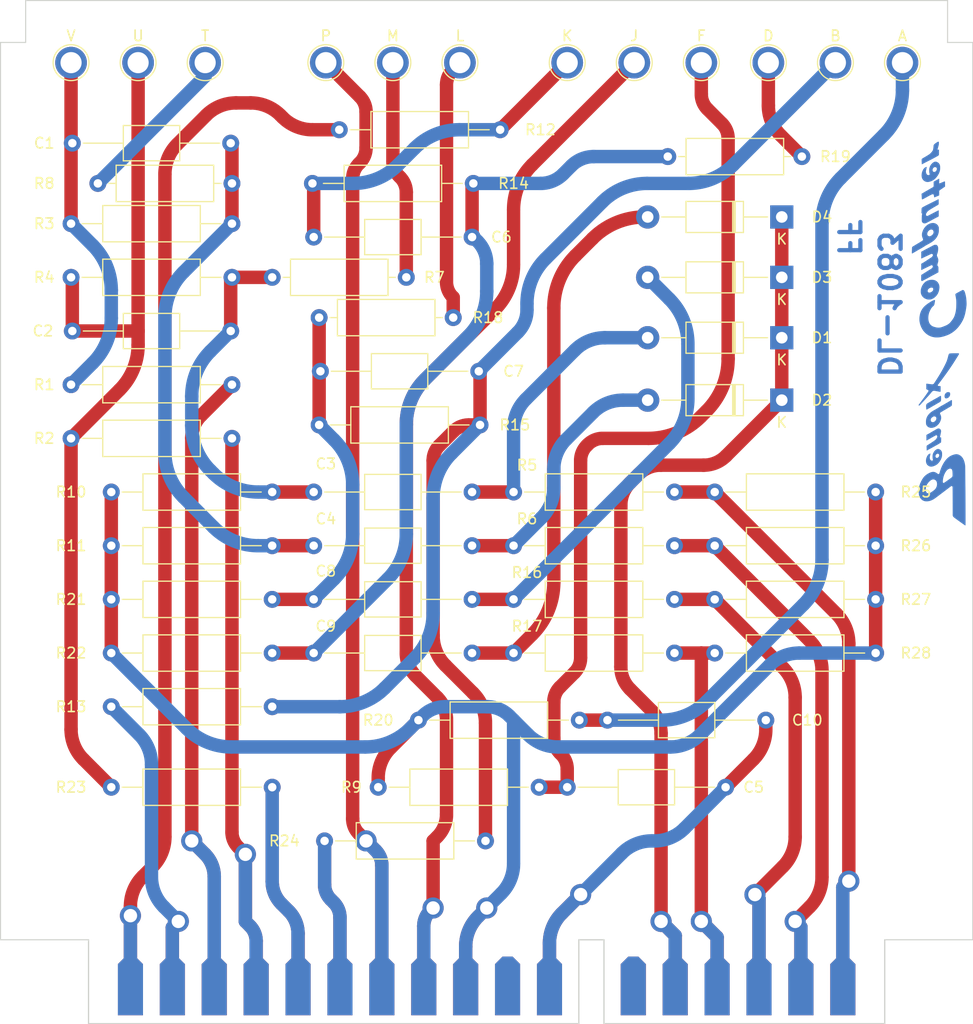
<source format=kicad_pcb>
(kicad_pcb (version 20211014) (generator pcbnew)
  (layers (0 "F.Cu" signal) (31 "B.Cu" signal) (34 "B.Paste" user) (35 "F.Paste" user) (36 "B.SilkS" user "B.Silkscreen") (37 "F.SilkS" user "F.Silkscreen") (38 "B.Mask" user) (39 "F.Mask" user) (44 "Edge.Cuts" user))
  (net 0 "")
  (net 1 "/V1P1")
  (net 2 "Net-(C1-Pad2)")
  (net 3 "Net-(C2-Pad1)")
  (net 4 "/V1P6")
  (net 5 "Net-(C3-Pad2)")
  (net 6 "Net-(C4-Pad2)")
  (net 7 "/V1P3")
  (net 8 "GND")
  (net 9 "/V2P1")
  (net 10 "Net-(C6-Pad2)")
  (net 11 "Net-(C7-Pad1)")
  (net 12 "/V2P6")
  (net 13 "Net-(C8-Pad2)")
  (net 14 "Net-(C9-Pad2)")
  (net 15 "/V2P3")
  (net 16 "/Clock")
  (net 17 "/Output 1")
  (net 18 "/Output 2")
  (net 19 "/Input 1")
  (net 20 "/Input 2")
  (net 21 "/V1P2")
  (net 22 "/V1P7")
  (net 23 "/-160V")
  (net 24 "/Output 3")
  (net 25 "/Output 4")
  (net 26 "/Input 3")
  (net 27 "/Input 4")
  (net 28 "/V2P2")
  (net 29 "/V2P7")
  (net 30 "/Neon 1")
  (net 31 "/Neon 2")
  (net 32 "/Filament 2")
  (net 33 "/Filament 1")
  (footprint "Capacitor_THT:C_Axial_L5.1mm_D3.1mm_P15.00mm_Horizontal" (layer "F.Cu") (at 129.66 72.39)
    (fp_text reference "C6")
    (fp_text value "50nF 500V")
  )
  (footprint "Capacitor_THT:C_Axial_L5.1mm_D3.1mm_P15.00mm_Horizontal" (layer "F.Cu") (at 106.8 63.5)
    (fp_text reference "C1")
    (fp_text value "50nF 500V")
  )
  (footprint "Resistor_THT:R_Axial_DIN0309_L9.0mm_D3.2mm_P15.24mm_Horizontal" (layer "F.Cu") (at 125.73 124.46 180)
    (fp_text reference "R23")
    (fp_text value "120K 1/2W 10%")
  )
  (footprint "Resistor_THT:R_Axial_DIN0309_L9.0mm_D3.2mm_P15.24mm_Horizontal" (layer "F.Cu") (at 110.49 106.68)
    (fp_text reference "R21")
    (fp_text value "33K 1/4W 1%")
  )
  (footprint "TestPoint:TestPoint_Plated_Hole_D2.0mm" (layer "F.Cu") (at 153.67 55.88)
    (fp_text reference "TP7")
    (fp_text value "K")
  )
  (footprint "TestPoint:TestPoint_Plated_Hole_D2.0mm" (layer "F.Cu") (at 113.03 55.88)
    (fp_text reference "TP2")
    (fp_text value "U")
  )
  (footprint "Diode_THT:D_DO-41_SOD81_P12.70mm_Horizontal" (layer "F.Cu") (at 173.99 87.825 180)
    (fp_text reference "D2")
    (fp_text value "1N4007")
  )
  (footprint "Capacitor_THT:C_Axial_L5.1mm_D3.1mm_P15.00mm_Horizontal" (layer "F.Cu") (at 129.66 101.6)
    (fp_text reference "C4")
    (fp_text value "30nF 500V")
  )
  (footprint "Resistor_THT:R_Axial_DIN0309_L9.0mm_D3.2mm_P15.24mm_Horizontal" (layer "F.Cu") (at 110.49 116.84)
    (fp_text reference "R13")
    (fp_text value "3.9K 1W 5%")
  )
  (footprint "Resistor_THT:R_Axial_DIN0309_L9.0mm_D3.2mm_P15.24mm_Horizontal" (layer "F.Cu") (at 125.73 101.6 180)
    (fp_text reference "R11")
    (fp_text value "33K 1/4W 1%")
  )
  (footprint "Capacitor_THT:C_Axial_L5.1mm_D3.1mm_P15.00mm_Horizontal" (layer "F.Cu") (at 129.66 106.68)
    (fp_text reference "C8")
    (fp_text value "30nF 500V")
  )
  (footprint "Resistor_THT:R_Axial_DIN0309_L9.0mm_D3.2mm_P15.24mm_Horizontal" (layer "F.Cu") (at 167.64 101.6)
    (fp_text reference "R26")
    (fp_text value "430K 1/2W 5%")
  )
  (footprint "Resistor_THT:R_Axial_DIN0309_L9.0mm_D3.2mm_P15.24mm_Horizontal" (layer "F.Cu") (at 130.69 129.54)
    (fp_text reference "R24")
    (fp_text value "120K 1/2W 10%")
  )
  (footprint "Resistor_THT:R_Axial_DIN0309_L9.0mm_D3.2mm_P15.24mm_Horizontal" (layer "F.Cu") (at 132.08 62.23)
    (fp_text reference "R12")
    (fp_text value "3.9K 1W 5%")
  )
  (footprint "Resistor_THT:R_Axial_DIN0309_L9.0mm_D3.2mm_P15.24mm_Horizontal" (layer "F.Cu") (at 144.78 67.31 180)
    (fp_text reference "R14")
    (fp_text value "82K 1/4W 1%")
  )
  (footprint "Diode_THT:D_DO-41_SOD81_P12.70mm_Horizontal" (layer "F.Cu") (at 173.99 81.915 180)
    (fp_text reference "D1")
    (fp_text value "1N4007")
  )
  (footprint "TestPoint:TestPoint_Plated_Hole_D2.0mm" (layer "F.Cu") (at 119.38 55.88)
    (fp_text reference "TP3")
    (fp_text value "T")
  )
  (footprint "Capacitor_THT:C_Axial_L5.1mm_D3.1mm_P15.00mm_Horizontal" (layer "F.Cu") (at 129.66 111.76)
    (fp_text reference "C9")
    (fp_text value "30nF 500V")
  )
  (footprint "TestPoint:TestPoint_Plated_Hole_D2.0mm" (layer "F.Cu") (at 179.07 55.88)
    (fp_text reference "TP11")
    (fp_text value "B")
  )
  (footprint "Resistor_THT:R_Axial_DIN0309_L9.0mm_D3.2mm_P15.24mm_Horizontal" (layer "F.Cu") (at 125.73 111.76 180)
    (fp_text reference "R22")
    (fp_text value "33K 1/4W 1%")
  )
  (footprint "Resistor_THT:R_Axial_DIN0309_L9.0mm_D3.2mm_P15.24mm_Horizontal" (layer "F.Cu") (at 151.01 124.46 180)
    (fp_text reference "R9")
    (fp_text value "3.9K 1/2W 1%")
  )
  (footprint "Resistor_THT:R_Axial_DIN0309_L9.0mm_D3.2mm_P15.24mm_Horizontal" (layer "F.Cu") (at 163.83 101.6 180)
    (fp_text reference "R6")
    (fp_text value "33K 1/2W 5%")
  )
  (footprint "Resistor_THT:R_Axial_DIN0309_L9.0mm_D3.2mm_P15.24mm_Horizontal" (layer "F.Cu") (at 145.415 90.17 180)
    (fp_text reference "R15")
    (fp_text value "82K 1/4W 1%")
  )
  (footprint "Resistor_THT:R_Axial_DIN0309_L9.0mm_D3.2mm_P15.24mm_Horizontal" (layer "F.Cu") (at 163.83 96.52 180)
    (fp_text reference "R5")
    (fp_text value "33K 1/2W 5%")
  )
  (footprint "Resistor_THT:R_Axial_DIN0309_L9.0mm_D3.2mm_P15.24mm_Horizontal" (layer "F.Cu") (at 106.68 76.2)
    (fp_text reference "R4")
    (fp_text value "82K 1/4W 1%")
  )
  (footprint "Resistor_THT:R_Axial_DIN0309_L9.0mm_D3.2mm_P12.70mm_Horizontal" (layer "F.Cu") (at 175.895 64.77 180)
    (fp_text reference "R19")
    (fp_text value "1.2K 1/2W 10%")
  )
  (footprint "Resistor_THT:R_Axial_DIN0309_L9.0mm_D3.2mm_P15.24mm_Horizontal" (layer "F.Cu") (at 110.49 96.52)
    (fp_text reference "R10")
    (fp_text value "33K 1/4W 1%")
  )
  (footprint "Resistor_THT:R_Axial_DIN0309_L9.0mm_D3.2mm_P15.24mm_Horizontal" (layer "F.Cu") (at 167.64 96.52)
    (fp_text reference "R25")
    (fp_text value "430K 1/2W 5%")
  )
  (footprint "TestPoint:TestPoint_Plated_Hole_D2.0mm" (layer "F.Cu") (at 160.02 55.88)
    (fp_text reference "TP8")
    (fp_text value "J")
  )
  (footprint "Capacitor_THT:C_Axial_L5.1mm_D3.1mm_P15.00mm_Horizontal" (layer "F.Cu") (at 157.48 118.11)
    (fp_text reference "C10")
    (fp_text value "1µF 500V")
  )
  (footprint "TestPoint:TestPoint_Plated_Hole_D2.0mm" (layer "F.Cu") (at 185.42 55.88)
    (fp_text reference "TP12")
    (fp_text value "A")
  )
  (footprint "Bendix_G15:Card_Edge_H_Key" (layer "F.Cu") (at 146.0375 138.9)
    (fp_text reference "J1")
    (fp_text value "Conn_02x18_Row_Letter_First")
    (fp_line (start 11.1125 7.9375) (end 11.1125 0) (layer "Edge.Cuts") (width 0.12))
    (fp_line (start -37.703125 7.9375) (end -37.703125 0) (layer "Edge.Cuts") (width 0.12))
    (fp_line (start 8.73125 7.9375) (end -37.703125 7.9375) (layer "Edge.Cuts") (width 0.12))
    (fp_line (start 11.1125 0) (end 8.73125 0) (layer "Edge.Cuts") (width 0.12))
    (fp_line (start 37.703125 0) (end 37.703125 7.9375) (layer "Edge.Cuts") (width 0.12))
    (fp_line (start 37.703125 7.9375) (end 11.1125 7.9375) (layer "Edge.Cuts") (width 0.12))
    (fp_line (start 8.73125 0) (end 8.73125 7.9375) (layer "Edge.Cuts") (width 0.12))
  )
  (footprint "TestPoint:TestPoint_Plated_Hole_D2.0mm" (layer "F.Cu") (at 137.16 55.88)
    (fp_text reference "TP5")
    (fp_text value "M")
  )
  (footprint "Resistor_THT:R_Axial_DIN0309_L9.0mm_D3.2mm_P15.24mm_Horizontal" (layer "F.Cu") (at 167.64 106.68)
    (fp_text reference "R27")
    (fp_text value "430K 1/2W 5%")
  )
  (footprint "Resistor_THT:R_Axial_DIN0309_L9.0mm_D3.2mm_P15.24mm_Horizontal" (layer "F.Cu") (at 154.82 118.11 180)
    (fp_text reference "R20")
    (fp_text value "3.9K 1/2W 1%")
  )
  (footprint "Resistor_THT:R_Axial_DIN0309_L9.0mm_D3.2mm_P15.24mm_Horizontal" (layer "F.Cu") (at 163.83 106.68 180)
    (fp_text reference "R16")
    (fp_text value "33K 1/2W 5%")
  )
  (footprint "Diode_THT:D_DO-41_SOD81_P12.70mm_Horizontal" (layer "F.Cu") (at 173.99 76.2 180)
    (fp_text reference "D3")
    (fp_text value "1N4007")
  )
  (footprint "TestPoint:TestPoint_Plated_Hole_D2.0mm" (layer "F.Cu") (at 106.68 55.88)
    (fp_text reference "TP1")
    (fp_text value "V")
  )
  (footprint "Resistor_THT:R_Axial_DIN0309_L9.0mm_D3.2mm_P12.70mm_Horizontal" (layer "F.Cu") (at 130.175 80.01)
    (fp_text reference "R18")
    (fp_text value "1.2K 1/2W 10%")
  )
  (footprint "Capacitor_THT:C_Axial_L5.1mm_D3.1mm_P15.00mm_Horizontal" (layer "F.Cu") (at 130.295 85.09)
    (fp_text reference "C7")
    (fp_text value "50nF 500V")
  )
  (footprint "Capacitor_THT:C_Axial_L5.1mm_D3.1mm_P15.00mm_Horizontal" (layer "F.Cu") (at 153.67 124.46)
    (fp_text reference "C5")
    (fp_text value "1µF 500V")
  )
  (footprint "Resistor_THT:R_Axial_DIN0309_L9.0mm_D3.2mm_P15.24mm_Horizontal" (layer "F.Cu") (at 167.64 111.76)
    (fp_text reference "R28")
    (fp_text value "430K 1/2W 5%")
  )
  (footprint "Resistor_THT:R_Axial_DIN0309_L9.0mm_D3.2mm_P12.70mm_Horizontal" (layer "F.Cu") (at 109.22 67.31)
    (fp_text reference "R8")
    (fp_text value "1.2K 1/2W 10%")
  )
  (footprint "Capacitor_THT:C_Axial_L5.1mm_D3.1mm_P15.00mm_Horizontal" (layer "F.Cu") (at 121.8 81.28 180)
    (fp_text reference "C2")
    (fp_text value "50nF 500V")
  )
  (footprint "TestPoint:TestPoint_Plated_Hole_D2.0mm" (layer "F.Cu") (at 130.81 55.88)
    (fp_text reference "TP4")
    (fp_text value "P")
  )
  (footprint "TestPoint:TestPoint_Plated_Hole_D2.0mm" (layer "F.Cu") (at 143.51 55.88)
    (fp_text reference "TP6")
    (fp_text value "L")
  )
  (footprint "Resistor_THT:R_Axial_DIN0309_L9.0mm_D3.2mm_P15.24mm_Horizontal" (layer "F.Cu") (at 163.83 111.76 180)
    (fp_text reference "R17")
    (fp_text value "33K 1/2W 5%")
  )
  (footprint "Diode_THT:D_DO-41_SOD81_P12.70mm_Horizontal" (layer "F.Cu") (at 173.99 70.485 180)
    (fp_text reference "D4")
    (fp_text value "1N4007")
  )
  (footprint "Resistor_THT:R_Axial_DIN0309_L9.0mm_D3.2mm_P12.70mm_Horizontal" (layer "F.Cu") (at 125.73 76.2)
    (fp_text reference "R7")
    (fp_text value "1.2K 1/2W 10%")
  )
  (footprint "TestPoint:TestPoint_Plated_Hole_D2.0mm" (layer "F.Cu") (at 172.72 55.88)
    (fp_text reference "TP10")
    (fp_text value "D")
  )
  (footprint "TestPoint:TestPoint_Plated_Hole_D2.0mm" (layer "F.Cu") (at 166.37 55.88)
    (fp_text reference "TP9")
    (fp_text value "F")
  )
  (footprint "Resistor_THT:R_Axial_DIN0309_L9.0mm_D3.2mm_P15.24mm_Horizontal" (layer "F.Cu") (at 121.92 86.36 180)
    (fp_text reference "R1")
    (fp_text value "3.9K 1W 5%")
  )
  (footprint "Resistor_THT:R_Axial_DIN0309_L9.0mm_D3.2mm_P15.24mm_Horizontal" (layer "F.Cu") (at 121.92 71.12 180)
    (fp_text reference "R3")
    (fp_text value "82K 1/4W 1%")
  )
  (footprint "Capacitor_THT:C_Axial_L5.1mm_D3.1mm_P15.00mm_Horizontal" (layer "F.Cu") (at 129.66 96.52)
    (fp_text reference "C3")
    (fp_text value "30nF 500V")
  )
  (footprint "Resistor_THT:R_Axial_DIN0309_L9.0mm_D3.2mm_P15.24mm_Horizontal" (layer "F.Cu") (at 121.92 91.44 180)
    (fp_text reference "R2")
    (fp_text value "3.9K 1W 5%")
  )
  (footprint "LOGO" (layer "B.Cu") (at 189.23 72.39 90)
    (fp_text reference "G***" hide)
    (fp_text value "LOGO" hide)
  )
  (footprint "LOGO" (layer "B.Cu") (at 189.23 91.44 90)
    (fp_text reference "G***" hide)
    (fp_text value "LOGO" hide)
  )
  (gr_line (start 102.38125 50) (end 189.69375 50) (layer "Edge.Cuts") (width 0.1))
  (gr_line (start 102.38125 53.96875) (end 100 53.96875) (layer "Edge.Cuts") (width 0.1))
  (gr_line (start 100 53.96875) (end 100 138.9) (layer "Edge.Cuts") (width 0.1))
  (gr_line (start 192.075 53.96875) (end 192.075 138.9) (layer "Edge.Cuts") (width 0.1))
  (gr_line (start 189.69375 50) (end 189.69375 53.96875) (layer "Edge.Cuts") (width 0.1))
  (gr_line (start 108.334375 138.9) (end 100 138.9) (layer "Edge.Cuts") (width 0.1))
  (gr_line (start 102.38125 50) (end 102.38125 53.96875) (layer "Edge.Cuts") (width 0.1))
  (gr_line (start 192.075 53.96875) (end 189.69375 53.96875) (layer "Edge.Cuts") (width 0.1))
  (gr_line (start 183.740625 138.9) (end 192.075 138.9) (layer "Edge.Cuts") (width 0.1))
  (gr_text "FF" (at 180.34 72.39 270) (layer "B.Cu") (effects (font (size 2 2) (thickness 0.4)) (justify mirror)))
  (gr_text "DL-1083" (at 184.15 78.74 270) (layer "B.Cu") (effects (font (size 2 2) (thickness 0.4)) (justify mirror)))
  (via (at 104.7625 134.1375) (size 4.7625) (drill 3.175) (layers "F.Cu" "B.Cu") (remove_unused_layers) (net 0))
  (via (at 187.3125 134.1375) (size 4.7625) (drill 3.175) (layers "F.Cu" "B.Cu") (remove_unused_layers) (net 0))
  (segment (start 106.68 71.12) (end 106.68 55.88) (width 1.27) (layer "F.Cu") (net 1))
  (segment (start 110.49 80.064719) (end 110.49 77.415281) (width 1.27) (layer "B.Cu") (net 1))
  (segment (start 108.73264 73.17264) (end 106.68 71.12) (width 1.27) (layer "B.Cu") (net 1))
  (segment (start 106.68 86.36) (end 108.732641 84.307359) (width 1.27) (layer "B.Cu") (net 1))
  (arc (start 108.73264 73.17264) (mid 110.033277 75.11918) (end 110.49 77.415281) (width 1.27) (layer "B.Cu") (net 1))
  (arc (start 108.732641 84.307359) (mid 110.033277 82.360819) (end 110.49 80.064719) (width 1.27) (layer "B.Cu") (net 1))
  (segment (start 121.92 63.62) (end 121.8 63.5) (width 1.27) (layer "F.Cu") (net 2))
  (segment (start 121.92 71.12) (end 121.92 63.62) (width 1.27) (layer "F.Cu") (net 2))
  (segment (start 129.66 101.6) (end 125.73 101.6) (width 1.27) (layer "F.Cu") (net 2))
  (segment (start 115.57 92.764719) (end 115.57 79.955281) (width 1.27) (layer "B.Cu") (net 2))
  (segment (start 125.73 101.6) (end 124.405281 101.6) (width 1.27) (layer "B.Cu") (net 2))
  (segment (start 117.32736 75.71264) (end 121.92 71.12) (width 1.27) (layer "B.Cu") (net 2))
  (segment (start 120.16264 99.84264) (end 117.327359 97.007359) (width 1.27) (layer "B.Cu") (net 2))
  (arc (start 115.57 79.955281) (mid 116.026723 77.65918) (end 117.32736 75.71264) (width 1.27) (layer "B.Cu") (net 2))
  (arc (start 124.405281 101.6) (mid 122.10918 101.143277) (end 120.16264 99.84264) (width 1.27) (layer "B.Cu") (net 2))
  (arc (start 115.57 92.764719) (mid 116.026723 95.060819) (end 117.327359 97.007359) (width 1.27) (layer "B.Cu") (net 2))
  (segment (start 125.73 76.2) (end 121.92 76.2) (width 1.27) (layer "F.Cu") (net 3))
  (segment (start 121.8 81.28) (end 121.8 76.32) (width 1.27) (layer "F.Cu") (net 3))
  (segment (start 125.73 96.52) (end 129.66 96.52) (width 1.27) (layer "F.Cu") (net 3))
  (segment (start 121.8 76.32) (end 121.92 76.2) (width 1.27) (layer "F.Cu") (net 3))
  (segment (start 119.86736 83.21264) (end 121.8 81.28) (width 1.27) (layer "B.Cu") (net 3))
  (segment (start 120.16264 94.76264) (end 119.867359 94.467359) (width 1.27) (layer "B.Cu") (net 3))
  (segment (start 125.73 96.52) (end 124.405281 96.52) (width 1.27) (layer "B.Cu") (net 3))
  (segment (start 118.11 90.224719) (end 118.11 87.455281) (width 1.27) (layer "B.Cu") (net 3))
  (arc (start 119.86736 83.21264) (mid 118.566723 85.15918) (end 118.11 87.455281) (width 1.27) (layer "B.Cu") (net 3))
  (arc (start 118.11 90.224719) (mid 118.566723 92.520819) (end 119.867359 94.467359) (width 1.27) (layer "B.Cu") (net 3))
  (arc (start 124.405281 96.52) (mid 122.10918 96.063277) (end 120.16264 94.76264) (width 1.27) (layer "B.Cu") (net 3))
  (segment (start 106.8 76.32) (end 106.68 76.2) (width 1.27) (layer "F.Cu") (net 4))
  (segment (start 113.03 82.604719) (end 113.03 81.28) (width 1.27) (layer "F.Cu") (net 4))
  (segment (start 106.8 81.28) (end 106.8 76.32) (width 1.27) (layer "F.Cu") (net 4))
  (segment (start 106.8 81.28) (end 113.03 81.28) (width 1.27) (layer "F.Cu") (net 4))
  (segment (start 106.68 91.44) (end 111.272641 86.847359) (width 1.27) (layer "F.Cu") (net 4))
  (segment (start 107.851573 121.821573) (end 110.49 124.46) (width 1.27) (layer "F.Cu") (net 4))
  (segment (start 113.03 81.28) (end 113.03 55.88) (width 1.27) (layer "F.Cu") (net 4))
  (segment (start 106.68 91.44) (end 106.68 118.993146) (width 1.27) (layer "F.Cu") (net 4))
  (arc (start 106.68 118.993146) (mid 106.984482 120.52388) (end 107.851573 121.821573) (width 1.27) (layer "F.Cu") (net 4))
  (arc (start 111.272641 86.847359) (mid 112.573277 84.900819) (end 113.03 82.604719) (width 1.27) (layer "F.Cu") (net 4))
  (segment (start 144.66 96.52) (end 148.59 96.52) (width 1.27) (layer "F.Cu") (net 5))
  (segment (start 149.761573 87.728427) (end 154.403427 83.086573) (width 1.27) (layer "B.Cu") (net 5))
  (segment (start 148.59 96.52) (end 148.59 90.556854) (width 1.27) (layer "B.Cu") (net 5))
  (segment (start 157.231854 81.915) (end 161.29 81.915) (width 1.27) (layer "B.Cu") (net 5))
  (arc (start 157.231854 81.915) (mid 155.70112 82.219482) (end 154.403427 83.086573) (width 1.27) (layer "B.Cu") (net 5))
  (arc (start 149.761573 87.728427) (mid 148.894482 89.02612) (end 148.59 90.556854) (width 1.27) (layer "B.Cu") (net 5))
  (segment (start 148.59 101.6) (end 144.66 101.6) (width 1.27) (layer "F.Cu") (net 6))
  (segment (start 152.4 96.133146) (end 152.4 94.366854) (width 1.27) (layer "B.Cu") (net 6))
  (segment (start 148.59 101.6) (end 151.228427 98.961573) (width 1.27) (layer "B.Cu") (net 6))
  (segment (start 153.571573 91.538427) (end 156.113427 88.996573) (width 1.27) (layer "B.Cu") (net 6))
  (segment (start 158.941854 87.825) (end 161.29 87.825) (width 1.27) (layer "B.Cu") (net 6))
  (arc (start 152.4 94.366854) (mid 152.704482 92.83612) (end 153.571573 91.538427) (width 1.27) (layer "B.Cu") (net 6))
  (arc (start 158.941854 87.825) (mid 157.41112 88.129482) (end 156.113427 88.996573) (width 1.27) (layer "B.Cu") (net 6))
  (arc (start 151.228427 98.961573) (mid 152.095518 97.66388) (end 152.4 96.133146) (width 1.27) (layer "B.Cu") (net 6))
  (segment (start 166.955787 60.275787) (end 168.324214 61.644214) (width 1.27) (layer "F.Cu") (net 7))
  (segment (start 154.94 93.538427) (end 154.94 112.201573) (width 1.27) (layer "F.Cu") (net 7))
  (segment (start 153.67 124.46) (end 151.01 124.46) (width 1.27) (layer "F.Cu") (net 7))
  (segment (start 166.37 55.88) (end 166.37 58.861573) (width 1.27) (layer "F.Cu") (net 7))
  (segment (start 161.372078 91.44) (end 157.038427 91.44) (width 1.27) (layer "F.Cu") (net 7))
  (segment (start 153.67 122.748427) (end 153.67 124.46) (width 1.27) (layer "F.Cu") (net 7))
  (segment (start 155.624213 92.025787) (end 155.525786 92.124214) (width 1.27) (layer "F.Cu") (net 7))
  (segment (start 168.91 63.058427) (end 168.91 83.902078) (width 1.27) (layer "F.Cu") (net 7))
  (segment (start 152.985787 121.235787) (end 153.084214 121.334214) (width 1.27) (layer "F.Cu") (net 7))
  (segment (start 152.4 116.398427) (end 152.4 119.821573) (width 1.27) (layer "F.Cu") (net 7))
  (segment (start 154.354213 113.615787) (end 152.985786 114.984214) (width 1.27) (layer "F.Cu") (net 7))
  (segment (start 166.859747 88.851826) (end 166.321825 89.389748) (width 1.27) (layer "F.Cu") (net 7))
  (arc (start 168.91 63.058427) (mid 168.757759 62.29306) (end 168.324214 61.644214) (width 1.27) (layer "F.Cu") (net 7))
  (arc (start 155.525786 92.124214) (mid 155.092241 92.77306) (end 154.94 93.538427) (width 1.27) (layer "F.Cu") (net 7))
  (arc (start 152.985787 121.235787) (mid 152.552241 120.58694) (end 152.4 119.821573) (width 1.27) (layer "F.Cu") (net 7))
  (arc (start 152.985786 114.984214) (mid 152.552241 115.63306) (end 152.4 116.398427) (width 1.27) (layer "F.Cu") (net 7))
  (arc (start 153.67 122.748427) (mid 153.517759 121.98306) (end 153.084214 121.334214) (width 1.27) (layer "F.Cu") (net 7))
  (arc (start 166.955787 60.275787) (mid 166.522241 59.62694) (end 166.37 58.861573) (width 1.27) (layer "F.Cu") (net 7))
  (arc (start 154.354213 113.615787) (mid 154.787759 112.96694) (end 154.94 112.201573) (width 1.27) (layer "F.Cu") (net 7))
  (arc (start 155.624213 92.025787) (mid 156.27306 91.592241) (end 157.038427 91.44) (width 1.27) (layer "F.Cu") (net 7))
  (arc (start 166.859747 88.851826) (mid 168.377157 86.580862) (end 168.91 83.902078) (width 1.27) (layer "F.Cu") (net 7))
  (arc (start 166.321825 89.389748) (mid 164.050862 90.907157) (end 161.372078 91.44) (width 1.27) (layer "F.Cu") (net 7))
  (segment (start 151.990625 143.265625) (end 151.990625 139.226229) (width 1.27) (layer "F.Cu") (net 8))
  (segment (start 171.308427 121.821573) (end 168.67 124.46) (width 1.27) (layer "F.Cu") (net 8))
  (segment (start 172.48 118.11) (end 172.48 118.993146) (width 1.27) (layer "F.Cu") (net 8))
  (segment (start 153.162198 136.397802) (end 154.94 134.62) (width 1.27) (layer "F.Cu") (net 8))
  (via (at 154.94 134.62) (size 2) (drill 1.27) (layers "F.Cu" "B.Cu") (net 8))
  (arc (start 151.990625 139.226229) (mid 152.295107 137.695495) (end 153.162198 136.397802) (width 1.27) (layer "F.Cu") (net 8))
  (arc (start 171.308427 121.821573) (mid 172.175518 120.52388) (end 172.48 118.993146) (width 1.27) (layer "F.Cu") (net 8))
  (segment (start 154.94 134.62) (end 158.848427 130.711573) (width 1.27) (layer "B.Cu") (net 8))
  (segment (start 153.162198 136.397802) (end 154.94 134.62) (width 1.27) (layer "B.Cu") (net 8))
  (segment (start 161.676854 129.54) (end 161.933146 129.54) (width 1.27) (layer "B.Cu") (net 8))
  (segment (start 151.990625 143.265625) (end 151.990625 139.226229) (width 1.27) (layer "B.Cu") (net 8))
  (segment (start 164.761573 128.368427) (end 168.67 124.46) (width 1.27) (layer "B.Cu") (net 8))
  (arc (start 158.848427 130.711573) (mid 160.14612 129.844482) (end 161.676854 129.54) (width 1.27) (layer "B.Cu") (net 8))
  (arc (start 161.933146 129.54) (mid 163.46388 129.235518) (end 164.761573 128.368427) (width 1.27) (layer "B.Cu") (net 8))
  (arc (start 151.990625 139.226229) (mid 152.295107 137.695495) (end 153.162198 136.397802) (width 1.27) (layer "B.Cu") (net 8))
  (segment (start 153.67 55.88) (end 147.32 62.23) (width 1.27) (layer "F.Cu") (net 9))
  (segment (start 129.66 72.39) (end 129.66 67.43) (width 1.27) (layer "F.Cu") (net 9))
  (segment (start 129.66 67.43) (end 129.54 67.31) (width 1.27) (layer "F.Cu") (net 9))
  (segment (start 137.64736 65.55264) (end 139.212641 63.987359) (width 1.27) (layer "B.Cu") (net 9))
  (segment (start 129.54 67.31) (end 133.404719 67.31) (width 1.27) (layer "B.Cu") (net 9))
  (segment (start 143.455281 62.23) (end 147.32 62.23) (width 1.27) (layer "B.Cu") (net 9))
  (arc (start 137.64736 65.55264) (mid 135.70082 66.853277) (end 133.404719 67.31) (width 1.27) (layer "B.Cu") (net 9))
  (arc (start 139.212641 63.987359) (mid 141.159181 62.686723) (end 143.455281 62.23) (width 1.27) (layer "B.Cu") (net 9))
  (segment (start 129.66 111.76) (end 125.73 111.76) (width 1.27) (layer "F.Cu") (net 10))
  (segment (start 144.66 67.43) (end 144.78 67.31) (width 1.27) (layer "F.Cu") (net 10))
  (segment (start 144.66 72.39) (end 144.66 67.43) (width 1.27) (layer "F.Cu") (net 10))
  (segment (start 138.43 90.115281) (end 138.43 100.504719) (width 1.27) (layer "B.Cu") (net 10))
  (segment (start 156.182641 64.77) (end 163.195 64.77) (width 1.27) (layer "B.Cu") (net 10))
  (segment (start 145.17132 72.78132) (end 144.78 72.39) (width 1.27) (layer "B.Cu") (net 10))
  (segment (start 144.78 72.39) (end 144.66 72.39) (width 1.27) (layer "B.Cu") (net 10))
  (segment (start 144.78 67.31) (end 151.157359 67.31) (width 1.27) (layer "B.Cu") (net 10))
  (segment (start 146.05 77.524719) (end 146.05 74.902641) (width 1.27) (layer "B.Cu") (net 10))
  (segment (start 153.27868 66.43132) (end 154.061321 65.648679) (width 1.27) (layer "B.Cu") (net 10))
  (segment (start 136.67264 104.74736) (end 129.66 111.76) (width 1.27) (layer "B.Cu") (net 10))
  (segment (start 144.29264 81.76736) (end 140.187359 85.872641) (width 1.27) (layer "B.Cu") (net 10))
  (arc (start 146.05 74.902641) (mid 145.821638 73.75459) (end 145.17132 72.78132) (width 1.27) (layer "B.Cu") (net 10))
  (arc (start 140.187359 85.872641) (mid 138.886723 87.819181) (end 138.43 90.115281) (width 1.27) (layer "B.Cu") (net 10))
  (arc (start 156.182641 64.77) (mid 155.034591 64.998361) (end 154.061321 65.648679) (width 1.27) (layer "B.Cu") (net 10))
  (arc (start 138.43 100.504719) (mid 137.973277 102.80082) (end 136.67264 104.74736) (width 1.27) (layer "B.Cu") (net 10))
  (arc (start 151.157359 67.31) (mid 152.30541 67.081638) (end 153.27868 66.43132) (width 1.27) (layer "B.Cu") (net 10))
  (arc (start 144.29264 81.76736) (mid 145.593277 79.82082) (end 146.05 77.524719) (width 1.27) (layer "B.Cu") (net 10))
  (segment (start 130.175 90.17) (end 130.175 80.01) (width 1.27) (layer "F.Cu") (net 11))
  (segment (start 125.73 106.68) (end 129.66 106.68) (width 1.27) (layer "F.Cu") (net 11))
  (segment (start 131.59264 104.74736) (end 129.66 106.68) (width 1.27) (layer "B.Cu") (net 11))
  (segment (start 130.175 90.17) (end 131.592641 91.587641) (width 1.27) (layer "B.Cu") (net 11))
  (segment (start 133.35 95.830281) (end 133.35 100.504719) (width 1.27) (layer "B.Cu") (net 11))
  (arc (start 131.59264 104.74736) (mid 132.893277 102.80082) (end 133.35 100.504719) (width 1.27) (layer "B.Cu") (net 11))
  (arc (start 133.35 95.830281) (mid 132.893277 93.534181) (end 131.592641 91.587641) (width 1.27) (layer "B.Cu") (net 11))
  (segment (start 145.415 85.21) (end 145.295 85.09) (width 1.27) (layer "F.Cu") (net 12))
  (segment (start 144.338427 90.17) (end 145.415 90.17) (width 1.27) (layer "F.Cu") (net 12))
  (segment (start 145.93 129.54) (end 145.93 118.376854) (width 1.27) (layer "F.Cu") (net 12))
  (segment (start 140.97 110.103146) (end 140.97 93.538427) (width 1.27) (layer "F.Cu") (net 12))
  (segment (start 144.758427 115.548427) (end 142.141573 112.931573) (width 1.27) (layer "F.Cu") (net 12))
  (segment (start 141.555787 92.124213) (end 142.924214 90.755786) (width 1.27) (layer "F.Cu") (net 12))
  (segment (start 145.415 90.17) (end 145.415 85.21) (width 1.27) (layer "F.Cu") (net 12))
  (arc (start 142.924214 90.755786) (mid 143.57306 90.322241) (end 144.338427 90.17) (width 1.27) (layer "F.Cu") (net 12))
  (arc (start 141.555787 92.124213) (mid 141.122241 92.77306) (end 140.97 93.538427) (width 1.27) (layer "F.Cu") (net 12))
  (arc (start 142.141573 112.931573) (mid 141.274482 111.63388) (end 140.97 110.103146) (width 1.27) (layer "F.Cu") (net 12))
  (arc (start 144.758427 115.548427) (mid 145.625518 116.84612) (end 145.93 118.376854) (width 1.27) (layer "F.Cu") (net 12))
  (segment (start 148.98132 81.40368) (end 145.295 85.09) (width 1.27) (layer "B.Cu") (net 12))
  (segment (start 136.37736 115.08264) (end 139.212641 112.247359) (width 1.27) (layer "B.Cu") (net 12))
  (segment (start 165.154719 67.31) (end 161.235281 67.31) (width 1.27) (layer "B.Cu") (net 12))
  (segment (start 125.73 116.84) (end 132.134719 116.84) (width 1.27) (layer "B.Cu") (net 12))
  (segment (start 149.86 78.685281) (end 149.86 79.282359) (width 1.27) (layer "B.Cu") (net 12))
  (segment (start 142.72736 92.85764) (end 145.415 90.17) (width 1.27) (layer "B.Cu") (net 12))
  (segment (start 140.97 108.004719) (end 140.97 97.100281) (width 1.27) (layer "B.Cu") (net 12))
  (segment (start 156.99264 69.06736) (end 151.617359 74.442641) (width 1.27) (layer "B.Cu") (net 12))
  (segment (start 179.07 55.88) (end 169.397359 65.552641) (width 1.27) (layer "B.Cu") (net 12))
  (arc (start 149.86 79.282359) (mid 149.631638 80.43041) (end 148.98132 81.40368) (width 1.27) (layer "B.Cu") (net 12))
  (arc (start 169.397359 65.552641) (mid 167.450819 66.853277) (end 165.154719 67.31) (width 1.27) (layer "B.Cu") (net 12))
  (arc (start 136.37736 115.08264) (mid 134.43082 116.383277) (end 132.134719 116.84) (width 1.27) (layer "B.Cu") (net 12))
  (arc (start 161.235281 67.31) (mid 158.93918 67.766723) (end 156.99264 69.06736) (width 1.27) (layer "B.Cu") (net 12))
  (arc (start 140.97 108.004719) (mid 140.513277 110.300819) (end 139.212641 112.247359) (width 1.27) (layer "B.Cu") (net 12))
  (arc (start 140.97 97.100281) (mid 141.426723 94.80418) (end 142.72736 92.85764) (width 1.27) (layer "B.Cu") (net 12))
  (arc (start 151.617359 74.442641) (mid 150.316723 76.389181) (end 149.86 78.685281) (width 1.27) (layer "B.Cu") (net 12))
  (segment (start 144.66 106.68) (end 148.59 106.68) (width 1.27) (layer "F.Cu") (net 13))
  (segment (start 148.59 106.68) (end 163.342641 91.927359) (width 1.27) (layer "B.Cu") (net 13))
  (segment (start 165.1 87.684719) (end 165.1 82.495281) (width 1.27) (layer "B.Cu") (net 13))
  (segment (start 163.34264 78.25264) (end 161.29 76.2) (width 1.27) (layer "B.Cu") (net 13))
  (arc (start 163.342641 91.927359) (mid 164.643277 89.980819) (end 165.1 87.684719) (width 1.27) (layer "B.Cu") (net 13))
  (arc (start 163.34264 78.25264) (mid 164.643277 80.19918) (end 165.1 82.495281) (width 1.27) (layer "B.Cu") (net 13))
  (segment (start 161.29 70.485) (end 161.014495 70.485) (width 1.27) (layer "F.Cu") (net 14))
  (segment (start 150.349747 110.000253) (end 148.59 111.76) (width 1.27) (layer "F.Cu") (net 14))
  (segment (start 148.59 111.76) (end 144.66 111.76) (width 1.27) (layer "F.Cu") (net 14))
  (segment (start 152.4 79.099495) (end 152.4 105.050505) (width 1.27) (layer "F.Cu") (net 14))
  (segment (start 156.064747 72.535253) (end 154.450252 74.149748) (width 1.27) (layer "F.Cu") (net 14))
  (arc (start 152.4 105.050505) (mid 151.867157 107.729289) (end 150.349747 110.000253) (width 1.27) (layer "F.Cu") (net 14))
  (arc (start 154.450252 74.149748) (mid 152.932843 76.420711) (end 152.4 79.099495) (width 1.27) (layer "F.Cu") (net 14))
  (arc (start 161.014495 70.485) (mid 158.335711 71.017843) (end 156.064747 72.535253) (width 1.27) (layer "F.Cu") (net 14))
  (segment (start 157.48 118.11) (end 154.82 118.11) (width 1.27) (layer "F.Cu") (net 15))
  (segment (start 157.48 118.11) (end 162.614719 118.11) (width 1.27) (layer "B.Cu") (net 15))
  (segment (start 185.42 58.474719) (end 185.42 55.88) (width 1.27) (layer "B.Cu") (net 15))
  (segment (start 177.8 102.924719) (end 177.8 71.065281) (width 1.27) (layer "B.Cu") (net 15))
  (segment (start 166.85736 116.35264) (end 176.042641 107.167359) (width 1.27) (layer "B.Cu") (net 15))
  (segment (start 179.55736 66.82264) (end 183.662641 62.717359) (width 1.27) (layer "B.Cu") (net 15))
  (arc (start 176.042641 107.167359) (mid 177.343277 105.220819) (end 177.8 102.924719) (width 1.27) (layer "B.Cu") (net 15))
  (arc (start 185.42 58.474719) (mid 184.963277 60.770819) (end 183.662641 62.717359) (width 1.27) (layer "B.Cu") (net 15))
  (arc (start 177.8 71.065281) (mid 178.256723 68.76918) (end 179.55736 66.82264) (width 1.27) (layer "B.Cu") (net 15))
  (arc (start 162.614719 118.11) (mid 164.91082 117.653277) (end 166.85736 116.35264) (width 1.27) (layer "B.Cu") (net 15))
  (segment (start 161.68132 117.23132) (end 159.628679 115.178679) (width 1.27) (layer "F.Cu") (net 16))
  (segment (start 158.75 113.057359) (end 158.75 97.762641) (width 1.27) (layer "F.Cu") (net 16))
  (segment (start 163.896875 143.265625) (end 163.896875 138.496875) (width 1.27) (layer "F.Cu") (net 16))
  (segment (start 168.71368 93.10132) (end 173.99 87.825) (width 1.27) (layer "F.Cu") (net 16))
  (segment (start 162.56 137.16) (end 162.56 119.352641) (width 1.27) (layer "F.Cu") (net 16))
  (segment (start 173.99 70.485) (end 173.99 87.825) (width 1.27) (layer "F.Cu") (net 16))
  (segment (start 162.532641 93.98) (end 166.592359 93.98) (width 1.27) (layer "F.Cu") (net 16))
  (segment (start 159.62868 95.64132) (end 160.411321 94.858679) (width 1.27) (layer "F.Cu") (net 16))
  (segment (start 163.896875 138.496875) (end 162.56 137.16) (width 1.27) (layer "F.Cu") (net 16))
  (via (at 162.56 137.16) (size 2) (drill 1.27) (layers "F.Cu" "B.Cu") (net 16))
  (arc (start 158.75 97.762641) (mid 158.978362 96.61459) (end 159.62868 95.64132) (width 1.27) (layer "F.Cu") (net 16))
  (arc (start 158.75 113.057359) (mid 158.978361 114.205409) (end 159.628679 115.178679) (width 1.27) (layer "F.Cu") (net 16))
  (arc (start 162.532641 93.98) (mid 161.384591 94.208361) (end 160.411321 94.858679) (width 1.27) (layer "F.Cu") (net 16))
  (arc (start 162.56 119.352641) (mid 162.331638 118.20459) (end 161.68132 117.23132) (width 1.27) (layer "F.Cu") (net 16))
  (arc (start 166.592359 93.98) (mid 167.74041 93.751638) (end 168.71368 93.10132) (width 1.27) (layer "F.Cu") (net 16))
  (segment (start 163.896875 138.496875) (end 163.896875 143.265625) (width 1.27) (layer "B.Cu") (net 16))
  (segment (start 162.56 137.16) (end 163.896875 138.496875) (width 1.27) (layer "B.Cu") (net 16))
  (segment (start 118.11 129.54) (end 118.11 91.412641) (width 1.27) (layer "F.Cu") (net 17))
  (segment (start 120.240625 143.265625) (end 120.240625 132.913266) (width 1.27) (layer "F.Cu") (net 17))
  (segment (start 118.98868 89.29132) (end 121.92 86.36) (width 1.27) (layer "F.Cu") (net 17))
  (segment (start 119.361945 130.791945) (end 118.11 129.54) (width 1.27) (layer "F.Cu") (net 17))
  (via (at 118.11 129.54) (size 2) (drill 1.27) (layers "F.Cu" "B.Cu") (net 17))
  (arc (start 120.240625 132.913266) (mid 120.012263 131.765215) (end 119.361945 130.791945) (width 1.27) (layer "F.Cu") (net 17))
  (arc (start 118.11 91.412641) (mid 118.338362 90.26459) (end 118.98868 89.29132) (width 1.27) (layer "F.Cu") (net 17))
  (segment (start 120.240625 143.265625) (end 120.240625 132.913266) (width 1.27) (layer "B.Cu") (net 17))
  (segment (start 119.361945 130.791945) (end 118.11 129.54) (width 1.27) (layer "B.Cu") (net 17))
  (arc (start 120.240625 132.913266) (mid 120.012263 131.765215) (end 119.361945 130.791945) (width 1.27) (layer "B.Cu") (net 17))
  (segment (start 123.623588 137.593588) (end 123.19 137.16) (width 1.27) (layer "F.Cu") (net 18))
  (segment (start 123.19 137.16) (end 123.19 130.81) (width 1.27) (layer "F.Cu") (net 18))
  (segment (start 121.92 128.711573) (end 121.92 91.44) (width 1.27) (layer "F.Cu") (net 18))
  (segment (start 124.209375 143.265625) (end 124.209375 139.007802) (width 1.27) (layer "F.Cu") (net 18))
  (segment (start 123.19 130.81) (end 122.505786 130.125786) (width 1.27) (layer "F.Cu") (net 18))
  (via (at 123.19 130.81) (size 2) (drill 1.27) (layers "F.Cu" "B.Cu") (net 18))
  (arc (start 123.623588 137.593588) (mid 124.057134 138.242435) (end 124.209375 139.007802) (width 1.27) (layer "F.Cu") (net 18))
  (arc (start 122.505786 130.125786) (mid 122.072241 129.47694) (end 121.92 128.711573) (width 1.27) (layer "F.Cu") (net 18))
  (segment (start 123.19 137.16) (end 123.19 130.81) (width 1.27) (layer "B.Cu") (net 18))
  (segment (start 123.623588 137.593588) (end 123.19 137.16) (width 1.27) (layer "B.Cu") (net 18))
  (segment (start 124.209375 143.265625) (end 124.209375 139.007802) (width 1.27) (layer "B.Cu") (net 18))
  (arc (start 123.623588 137.593588) (mid 124.057134 138.242435) (end 124.209375 139.007802) (width 1.27) (layer "B.Cu") (net 18))
  (segment (start 180.34 133.35) (end 180.34 110.876854) (width 1.27) (layer "F.Cu") (net 19))
  (segment (start 179.771875 143.265625) (end 179.771875 133.918125) (width 1.27) (layer "F.Cu") (net 19))
  (segment (start 179.771875 133.918125) (end 180.34 133.35) (width 1.27) (layer "F.Cu") (net 19))
  (segment (start 179.168427 108.048427) (end 167.64 96.52) (width 1.27) (layer "F.Cu") (net 19))
  (segment (start 163.83 96.52) (end 167.64 96.52) (width 1.27) (layer "F.Cu") (net 19))
  (via (at 180.34 133.35) (size 2) (drill 1.27) (layers "F.Cu" "B.Cu") (net 19))
  (arc (start 179.168427 108.048427) (mid 180.035518 109.34612) (end 180.34 110.876854) (width 1.27) (layer "F.Cu") (net 19))
  (segment (start 179.771875 143.265625) (end 179.771875 133.918125) (width 1.27) (layer "B.Cu") (net 19))
  (segment (start 179.771875 133.918125) (end 180.34 133.35) (width 1.27) (layer "B.Cu") (net 19))
  (segment (start 175.803125 137.703125) (end 175.26 137.16) (width 1.27) (layer "F.Cu") (net 20))
  (segment (start 167.64 101.6) (end 163.83 101.6) (width 1.27) (layer "F.Cu") (net 20))
  (segment (start 177.8 132.963146) (end 177.8 113.416854) (width 1.27) (layer "F.Cu") (net 20))
  (segment (start 175.803125 143.265625) (end 175.803125 137.703125) (width 1.27) (layer "F.Cu") (net 20))
  (segment (start 167.64 101.6) (end 176.628427 110.588427) (width 1.27) (layer "F.Cu") (net 20))
  (segment (start 175.26 137.16) (end 176.628427 135.791573) (width 1.27) (layer "F.Cu") (net 20))
  (via (at 175.26 137.16) (size 2) (drill 1.27) (layers "F.Cu" "B.Cu") (net 20))
  (arc (start 177.8 113.416854) (mid 177.495518 111.88612) (end 176.628427 110.588427) (width 1.27) (layer "F.Cu") (net 20))
  (arc (start 177.8 132.963146) (mid 177.495518 134.49388) (end 176.628427 135.791573) (width 1.27) (layer "F.Cu") (net 20))
  (segment (start 175.803125 143.265625) (end 175.803125 137.703125) (width 1.27) (layer "B.Cu") (net 20))
  (segment (start 175.803125 137.703125) (end 175.26 137.16) (width 1.27) (layer "B.Cu") (net 20))
  (segment (start 137.16 55.88) (end 137.16 65.211573) (width 1.27) (layer "F.Cu") (net 21))
  (segment (start 138.43 68.138427) (end 138.43 76.2) (width 1.27) (layer "F.Cu") (net 21))
  (segment (start 137.745787 66.625787) (end 137.844214 66.724214) (width 1.27) (layer "F.Cu") (net 21))
  (arc (start 137.844214 66.724214) (mid 138.277759 67.37306) (end 138.43 68.138427) (width 1.27) (layer "F.Cu") (net 21))
  (arc (start 137.16 65.211573) (mid 137.312241 65.97694) (end 137.745787 66.625787) (width 1.27) (layer "F.Cu") (net 21))
  (segment (start 119.38 57.15) (end 119.38 55.88) (width 1.27) (layer "B.Cu") (net 22))
  (segment (start 109.22 67.31) (end 119.38 57.15) (width 1.27) (layer "B.Cu") (net 22))
  (segment (start 136.941573 120.748427) (end 139.58 118.11) (width 1.27) (layer "F.Cu") (net 23))
  (segment (start 145.224698 136.715302) (end 146.05 135.89) (width 1.27) (layer "F.Cu") (net 23))
  (segment (start 182.88 96.52) (end 182.88 111.76) (width 1.27) (layer "F.Cu") (net 23))
  (segment (start 110.49 96.52) (end 110.49 111.76) (width 1.27) (layer "F.Cu") (net 23))
  (segment (start 144.053125 143.265625) (end 144.053125 139.543729) (width 1.27) (layer "F.Cu") (net 23))
  (segment (start 135.77 124.46) (end 135.77 123.576854) (width 1.27) (layer "F.Cu") (net 23))
  (via (at 146.05 135.89) (size 2) (drill 1.27) (layers "F.Cu" "B.Cu") (net 23))
  (arc (start 144.053125 139.543729) (mid 144.357607 138.012995) (end 145.224698 136.715302) (width 1.27) (layer "F.Cu") (net 23))
  (arc (start 135.77 123.576854) (mid 136.074482 122.04612) (end 136.941573 120.748427) (width 1.27) (layer "F.Cu") (net 23))
  (segment (start 146.05 135.89) (end 147.418427 134.521573) (width 1.27) (layer "B.Cu") (net 23))
  (segment (start 146.05 135.89) (end 145.224698 136.715302) (width 1.27) (layer "B.Cu") (net 23))
  (segment (start 148.59 118.11) (end 148.198679 117.718679) (width 1.27) (layer "B.Cu") (net 23))
  (segment (start 121.865281 120.65) (end 134.554719 120.65) (width 1.27) (layer "B.Cu") (net 23))
  (segment (start 138.79736 118.89264) (end 139.58 118.11) (width 1.27) (layer "B.Cu") (net 23))
  (segment (start 175.646854 111.76) (end 182.88 111.76) (width 1.27) (layer "B.Cu") (net 23))
  (segment (start 139.97132 117.71868) (end 139.58 118.11) (width 1.27) (layer "B.Cu") (net 23))
  (segment (start 144.053125 139.543729) (end 144.053125 143.265625) (width 1.27) (layer "B.Cu") (net 23))
  (segment (start 148.59 131.693146) (end 148.59 118.11) (width 1.27) (layer "B.Cu") (net 23))
  (segment (start 146.077359 116.84) (end 142.092641 116.84) (width 1.27) (layer "B.Cu") (net 23))
  (segment (start 117.62264 118.89264) (end 110.49 111.76) (width 1.27) (layer "B.Cu") (net 23))
  (segment (start 152.786854 120.65) (end 163.443146 120.65) (width 1.27) (layer "B.Cu") (net 23))
  (segment (start 166.271573 119.478427) (end 172.818427 112.931573) (width 1.27) (layer "B.Cu") (net 23))
  (segment (start 148.59 118.11) (end 149.958427 119.478427) (width 1.27) (layer "B.Cu") (net 23))
  (arc (start 148.59 131.693146) (mid 148.285518 133.22388) (end 147.418427 134.521573) (width 1.27) (layer "B.Cu") (net 23))
  (arc (start 117.62264 118.89264) (mid 119.56918 120.193277) (end 121.865281 120.65) (width 1.27) (layer "B.Cu") (net 23))
  (arc (start 166.271573 119.478427) (mid 164.97388 120.345518) (end 163.443146 120.65) (width 1.27) (layer "B.Cu") (net 23))
  (arc (start 172.818427 112.931573) (mid 174.11612 112.064482) (end 175.646854 111.76) (width 1.27) (layer "B.Cu") (net 23))
  (arc (start 144.053125 139.543729) (mid 144.357607 138.012995) (end 145.224698 136.715302) (width 1.27) (layer "B.Cu") (net 23))
  (arc (start 138.79736 118.89264) (mid 136.85082 120.193277) (end 134.554719 120.65) (width 1.27) (layer "B.Cu") (net 23))
  (arc (start 149.958427 119.478427) (mid 151.25612 120.345518) (end 152.786854 120.65) (width 1.27) (layer "B.Cu") (net 23))
  (arc (start 142.092641 116.84) (mid 140.94459 117.068362) (end 139.97132 117.71868) (width 1.27) (layer "B.Cu") (net 23))
  (arc (start 148.198679 117.718679) (mid 147.225409 117.068361) (end 146.077359 116.84) (width 1.27) (layer "B.Cu") (net 23))
  (segment (start 113.474698 132.905302) (end 114.398427 131.981573) (width 1.27) (layer "F.Cu") (net 24))
  (segment (start 112.303125 136.616875) (end 112.303125 135.733729) (width 1.27) (layer "F.Cu") (net 24))
  (segment (start 126.514719 60.861573) (end 126.711573 61.058427) (width 1.27) (layer "F.Cu") (net 24))
  (segment (start 112.303125 143.265625) (end 112.303125 136.616875) (width 1.27) (layer "F.Cu") (net 24))
  (segment (start 129.54 62.23) (end 132.08 62.23) (width 1.27) (layer "F.Cu") (net 24))
  (segment (start 115.57 129.153146) (end 115.57 66.426854) (width 1.27) (layer "F.Cu") (net 24))
  (segment (start 116.741573 63.598427) (end 119.478427 60.861573) (width 1.27) (layer "F.Cu") (net 24))
  (segment (start 122.306854 59.69) (end 123.686292 59.69) (width 1.27) (layer "F.Cu") (net 24))
  (via (at 112.303125 136.616875) (size 2) (drill 1.27) (layers "F.Cu" "B.Cu") (net 24))
  (arc (start 129.54 62.23) (mid 128.009266 61.925518) (end 126.711573 61.058427) (width 1.27) (layer "F.Cu") (net 24))
  (arc (start 119.478427 60.861573) (mid 120.77612 59.994482) (end 122.306854 59.69) (width 1.27) (layer "F.Cu") (net 24))
  (arc (start 113.474698 132.905302) (mid 112.607607 134.202995) (end 112.303125 135.733729) (width 1.27) (layer "F.Cu") (net 24))
  (arc (start 115.57 129.153146) (mid 115.265518 130.68388) (end 114.398427 131.981573) (width 1.27) (layer "F.Cu") (net 24))
  (arc (start 115.57 66.426854) (mid 115.874482 64.89612) (end 116.741573 63.598427) (width 1.27) (layer "F.Cu") (net 24))
  (arc (start 126.514719 60.861573) (mid 125.217026 59.994482) (end 123.686292 59.69) (width 1.27) (layer "F.Cu") (net 24))
  (segment (start 112.303125 143.265625) (end 112.303125 136.616875) (width 1.27) (layer "B.Cu") (net 24))
  (segment (start 116.271875 137.728125) (end 116.84 137.16) (width 1.27) (layer "F.Cu") (net 25))
  (segment (start 116.271875 143.265625) (end 116.271875 137.728125) (width 1.27) (layer "F.Cu") (net 25))
  (via (at 116.84 137.16) (size 2) (drill 1.27) (layers "F.Cu" "B.Cu") (net 25))
  (segment (start 116.271875 143.265625) (end 116.271875 137.728125) (width 1.27) (layer "B.Cu") (net 25))
  (segment (start 113.128427 119.478427) (end 110.49 116.84) (width 1.27) (layer "B.Cu") (net 25))
  (segment (start 116.271875 137.728125) (end 116.84 137.16) (width 1.27) (layer "B.Cu") (net 25))
  (segment (start 114.3 132.963146) (end 114.3 122.306854) (width 1.27) (layer "B.Cu") (net 25))
  (segment (start 116.84 137.16) (end 115.471573 135.791573) (width 1.27) (layer "B.Cu") (net 25))
  (arc (start 114.3 132.963146) (mid 114.604482 134.49388) (end 115.471573 135.791573) (width 1.27) (layer "B.Cu") (net 25))
  (arc (start 114.3 122.306854) (mid 113.995518 120.77612) (end 113.128427 119.478427) (width 1.27) (layer "B.Cu") (net 25))
  (segment (start 174.088427 113.128427) (end 167.64 106.68) (width 1.27) (layer "F.Cu") (net 26))
  (segment (start 175.26 129.153146) (end 175.26 115.956854) (width 1.27) (layer "F.Cu") (net 26))
  (segment (start 171.834375 143.265625) (end 171.834375 135.004375) (width 1.27) (layer "F.Cu") (net 26))
  (segment (start 171.834375 135.004375) (end 171.45 134.62) (width 1.27) (layer "F.Cu") (net 26))
  (segment (start 163.83 106.68) (end 167.64 106.68) (width 1.27) (layer "F.Cu") (net 26))
  (segment (start 171.45 134.62) (end 174.088427 131.981573) (width 1.27) (layer "F.Cu") (net 26))
  (via (at 171.45 134.62) (size 2) (drill 1.27) (layers "F.Cu" "B.Cu") (net 26))
  (arc (start 174.088427 113.128427) (mid 174.955518 114.42612) (end 175.26 115.956854) (width 1.27) (layer "F.Cu") (net 26))
  (arc (start 174.088427 131.981573) (mid 174.955518 130.68388) (end 175.26 129.153146) (width 1.27) (layer "F.Cu") (net 26))
  (segment (start 171.834375 143.265625) (end 171.834375 135.004375) (width 1.27) (layer "B.Cu") (net 26))
  (segment (start 171.834375 135.004375) (end 171.45 134.62) (width 1.27) (layer "B.Cu") (net 26))
  (segment (start 166.37 137.16) (end 166.37 111.76) (width 1.27) (layer "F.Cu") (net 27))
  (segment (start 166.37 137.16) (end 167.865625 138.655625) (width 1.27) (layer "F.Cu") (net 27))
  (segment (start 167.865625 138.655625) (end 167.865625 143.265625) (width 1.27) (layer "F.Cu") (net 27))
  (segment (start 167.64 111.76) (end 166.37 111.76) (width 1.27) (layer "F.Cu") (net 27))
  (segment (start 166.37 111.76) (end 163.83 111.76) (width 1.27) (layer "F.Cu") (net 27))
  (via (at 166.37 137.16) (size 2) (drill 1.27) (layers "F.Cu" "B.Cu") (net 27))
  (segment (start 167.865625 143.265625) (end 167.865625 138.655625) (width 1.27) (layer "B.Cu") (net 27))
  (segment (start 167.865625 138.655625) (end 166.37 137.16) (width 1.27) (layer "B.Cu") (net 27))
  (segment (start 143.51 55.88) (end 142.825786 56.564214) (width 1.27) (layer "F.Cu") (net 28))
  (segment (start 142.875 78.105) (end 142.825786 78.055786) (width 1.27) (layer "F.Cu") (net 28))
  (segment (start 142.875 80.01) (end 142.875 78.105) (width 1.27) (layer "F.Cu") (net 28))
  (segment (start 142.24 57.978427) (end 142.24 76.641573) (width 1.27) (layer "F.Cu") (net 28))
  (arc (start 142.24 57.978427) (mid 142.392241 57.21306) (end 142.825786 56.564214) (width 1.27) (layer "F.Cu") (net 28))
  (arc (start 142.24 76.641573) (mid 142.392241 77.40694) (end 142.825786 78.055786) (width 1.27) (layer "F.Cu") (net 28))
  (segment (start 173.891573 62.766573) (end 175.895 64.77) (width 1.27) (layer "F.Cu") (net 29))
  (segment (start 172.72 55.88) (end 172.72 59.938146) (width 1.27) (layer "F.Cu") (net 29))
  (arc (start 172.72 59.938146) (mid 173.024482 61.46888) (end 173.891573 62.766573) (width 1.27) (layer "F.Cu") (net 29))
  (segment (start 125.73 133.377359) (end 125.73 124.46) (width 1.27) (layer "F.Cu") (net 30))
  (segment (start 128.178125 143.265625) (end 128.178125 138.310766) (width 1.27) (layer "F.Cu") (net 30))
  (segment (start 127.299445 136.189445) (end 126.608679 135.498679) (width 1.27) (layer "F.Cu") (net 30))
  (arc (start 126.608679 135.498679) (mid 125.958361 134.525409) (end 125.73 133.377359) (width 1.27) (layer "F.Cu") (net 30))
  (arc (start 127.299445 136.189445) (mid 127.949764 137.162715) (end 128.178125 138.310766) (width 1.27) (layer "F.Cu") (net 30))
  (segment (start 127.299445 136.189445) (end 126.608679 135.498679) (width 1.27) (layer "B.Cu") (net 30))
  (segment (start 128.178125 143.265625) (end 128.178125 138.310766) (width 1.27) (layer "B.Cu") (net 30))
  (segment (start 125.73 133.377359) (end 125.73 124.46) (width 1.27) (layer "B.Cu") (net 30))
  (arc (start 125.73 133.377359) (mid 125.958361 134.525409) (end 126.608679 135.498679) (width 1.27) (layer "B.Cu") (net 30))
  (arc (start 128.178125 138.310766) (mid 127.949763 137.162715) (end 127.299445 136.189445) (width 1.27) (layer "B.Cu") (net 30))
  (segment (start 131.275787 135.085787) (end 131.561089 135.371089) (width 1.27) (layer "F.Cu") (net 31))
  (segment (start 130.69 129.54) (end 130.69 133.671573) (width 1.27) (layer "F.Cu") (net 31))
  (segment (start 132.146875 136.785302) (end 132.146875 143.265625) (width 1.27) (layer "F.Cu") (net 31))
  (arc (start 131.275787 135.085787) (mid 130.842241 134.43694) (end 130.69 133.671573) (width 1.27) (layer "F.Cu") (net 31))
  (arc (start 131.561089 135.371089) (mid 131.994634 136.019935) (end 132.146875 136.785302) (width 1.27) (layer "F.Cu") (net 31))
  (segment (start 131.561088 135.371088) (end 131.275786 135.085786) (width 1.27) (layer "B.Cu") (net 31))
  (segment (start 130.69 133.671573) (end 130.69 129.54) (width 1.27) (layer "B.Cu") (net 31))
  (segment (start 132.146875 143.265625) (end 132.146875 136.785302) (width 1.27) (layer "B.Cu") (net 31))
  (arc (start 131.561088 135.371088) (mid 131.994634 136.019935) (end 132.146875 136.785302) (width 1.27) (layer "B.Cu") (net 31))
  (arc (start 131.275786 135.085786) (mid 130.842241 134.43694) (end 130.69 133.671573) (width 1.27) (layer "B.Cu") (net 31))
  (segment (start 134.034213 59.104213) (end 130.81 55.88) (width 1.27) (layer "F.Cu") (net 32))
  (segment (start 135.529838 130.449838) (end 134.62 129.54) (width 1.27) (layer "F.Cu") (net 32))
  (segment (start 133.935787 65.454213) (end 134.034214 65.355786) (width 1.27) (layer "F.Cu") (net 32))
  (segment (start 136.115625 143.265625) (end 136.115625 131.864052) (width 1.27) (layer "F.Cu") (net 32))
  (segment (start 134.62 63.941573) (end 134.62 60.518427) (width 1.27) (layer "F.Cu") (net 32))
  (segment (start 133.35 127.441573) (end 133.35 66.868427) (width 1.27) (layer "F.Cu") (net 32))
  (segment (start 134.62 129.54) (end 133.935786 128.855786) (width 1.27) (layer "F.Cu") (net 32))
  (via (at 134.62 129.54) (size 2) (drill 1.27) (layers "F.Cu" "B.Cu") (net 32))
  (arc (start 134.034213 59.104213) (mid 134.467759 59.75306) (end 134.62 60.518427) (width 1.27) (layer "F.Cu") (net 32))
  (arc (start 133.935786 128.855786) (mid 133.502241 128.20694) (end 133.35 127.441573) (width 1.27) (layer "F.Cu") (net 32))
  (arc (start 133.935787 65.454213) (mid 133.502241 66.10306) (end 133.35 66.868427) (width 1.27) (layer "F.Cu") (net 32))
  (arc (start 135.529838 130.449838) (mid 135.963384 131.098685) (end 136.115625 131.864052) (width 1.27) (layer "F.Cu") (net 32))
  (arc (start 134.62 63.941573) (mid 134.467759 64.70694) (end 134.034214 65.355786) (width 1.27) (layer "F.Cu") (net 32))
  (segment (start 135.529838 130.449838) (end 134.62 129.54) (width 1.27) (layer "B.Cu") (net 32))
  (segment (start 136.115625 143.265625) (end 136.115625 131.864052) (width 1.27) (layer "B.Cu") (net 32))
  (arc (start 135.529838 130.449838) (mid 135.963384 131.098685) (end 136.115625 131.864052) (width 1.27) (layer "B.Cu") (net 32))
  (segment (start 148.59 74.984719) (end 148.59 69.795281) (width 1.27) (layer "F.Cu") (net 33))
  (segment (start 140.18736 85.87264) (end 146.832641 79.227359) (width 1.27) (layer "F.Cu") (net 33))
  (segment (start 140.97 129.54) (end 141.361321 129.148679) (width 1.27) (layer "F.Cu") (net 33))
  (segment (start 140.670162 136.189838) (end 140.97 135.89) (width 1.27) (layer "F.Cu") (net 33))
  (segment (start 138.43 111.787359) (end 138.43 90.115281) (width 1.27) (layer "F.Cu") (net 33))
  (segment (start 140.084375 143.265625) (end 140.084375 137.604052) (width 1.27) (layer "F.Cu") (net 33))
  (segment (start 140.97 135.89) (end 140.97 129.54) (width 1.27) (layer "F.Cu") (net 33))
  (segment (start 150.34736 65.55264) (end 160.02 55.88) (width 1.27) (layer "F.Cu") (net 33))
  (segment (start 141.36132 115.96132) (end 139.308679 113.908679) (width 1.27) (layer "F.Cu") (net 33))
  (segment (start 142.24 127.027359) (end 142.24 118.082641) (width 1.27) (layer "F.Cu") (net 33))
  (via (at 140.97 135.89) (size 2) (drill 1.27) (layers "F.Cu" "B.Cu") (net 33))
  (arc (start 150.34736 65.55264) (mid 149.046723 67.49918) (end 148.59 69.795281) (width 1.27) (layer "F.Cu") (net 33))
  (arc (start 142.24 118.082641) (mid 142.011638 116.93459) (end 141.36132 115.96132) (width 1.27) (layer "F.Cu") (net 33))
  (arc (start 142.24 127.027359) (mid 142.011639 128.175409) (end 141.361321 129.148679) (width 1.27) (layer "F.Cu") (net 33))
  (arc (start 138.43 111.787359) (mid 138.658361 112.935409) (end 139.308679 113.908679) (width 1.27) (layer "F.Cu") (net 33))
  (arc (start 138.43 90.115281) (mid 138.886723 87.81918) (end 140.18736 85.87264) (width 1.27) (layer "F.Cu") (net 33))
  (arc (start 140.084375 137.604052) (mid 140.236616 136.838685) (end 140.670162 136.189838) (width 1.27) (layer "F.Cu") (net 33))
  (arc (start 146.832641 79.227359) (mid 148.133277 77.280819) (end 148.59 74.984719) (width 1.27) (layer "F.Cu") (net 33))
  (segment (start 140.670162 136.189838) (end 140.97 135.89) (width 1.27) (layer "B.Cu") (net 33))
  (segment (start 140.084375 143.265625) (end 140.084375 137.604052) (width 1.27) (layer "B.Cu") (net 33))
  (arc (start 140.084375 137.604052) (mid 140.236616 136.838685) (end 140.670162 136.189838) (width 1.27) (layer "B.Cu") (net 33))
)
</source>
